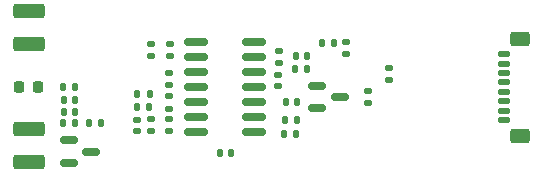
<source format=gbr>
%TF.GenerationSoftware,KiCad,Pcbnew,7.0.9+1*%
%TF.CreationDate,2023-12-11T14:48:35+01:00*%
%TF.ProjectId,IR-sensor,49522d73-656e-4736-9f72-2e6b69636164,rev?*%
%TF.SameCoordinates,Original*%
%TF.FileFunction,Paste,Top*%
%TF.FilePolarity,Positive*%
%FSLAX46Y46*%
G04 Gerber Fmt 4.6, Leading zero omitted, Abs format (unit mm)*
G04 Created by KiCad (PCBNEW 7.0.9+1) date 2023-12-11 14:48:35*
%MOMM*%
%LPD*%
G01*
G04 APERTURE LIST*
G04 Aperture macros list*
%AMRoundRect*
0 Rectangle with rounded corners*
0 $1 Rounding radius*
0 $2 $3 $4 $5 $6 $7 $8 $9 X,Y pos of 4 corners*
0 Add a 4 corners polygon primitive as box body*
4,1,4,$2,$3,$4,$5,$6,$7,$8,$9,$2,$3,0*
0 Add four circle primitives for the rounded corners*
1,1,$1+$1,$2,$3*
1,1,$1+$1,$4,$5*
1,1,$1+$1,$6,$7*
1,1,$1+$1,$8,$9*
0 Add four rect primitives between the rounded corners*
20,1,$1+$1,$2,$3,$4,$5,0*
20,1,$1+$1,$4,$5,$6,$7,0*
20,1,$1+$1,$6,$7,$8,$9,0*
20,1,$1+$1,$8,$9,$2,$3,0*%
G04 Aperture macros list end*
%ADD10RoundRect,0.218750X-0.218750X-0.256250X0.218750X-0.256250X0.218750X0.256250X-0.218750X0.256250X0*%
%ADD11RoundRect,0.125000X-0.425000X0.125000X-0.425000X-0.125000X0.425000X-0.125000X0.425000X0.125000X0*%
%ADD12RoundRect,0.250000X-0.600000X0.350000X-0.600000X-0.350000X0.600000X-0.350000X0.600000X0.350000X0*%
%ADD13RoundRect,0.135000X-0.185000X0.135000X-0.185000X-0.135000X0.185000X-0.135000X0.185000X0.135000X0*%
%ADD14RoundRect,0.140000X0.140000X0.170000X-0.140000X0.170000X-0.140000X-0.170000X0.140000X-0.170000X0*%
%ADD15RoundRect,0.140000X-0.170000X0.140000X-0.170000X-0.140000X0.170000X-0.140000X0.170000X0.140000X0*%
%ADD16RoundRect,0.135000X-0.135000X-0.185000X0.135000X-0.185000X0.135000X0.185000X-0.135000X0.185000X0*%
%ADD17RoundRect,0.150000X-0.825000X-0.150000X0.825000X-0.150000X0.825000X0.150000X-0.825000X0.150000X0*%
%ADD18RoundRect,0.150000X-0.587500X-0.150000X0.587500X-0.150000X0.587500X0.150000X-0.587500X0.150000X0*%
%ADD19RoundRect,0.135000X0.185000X-0.135000X0.185000X0.135000X-0.185000X0.135000X-0.185000X-0.135000X0*%
%ADD20RoundRect,0.135000X0.135000X0.185000X-0.135000X0.185000X-0.135000X-0.185000X0.135000X-0.185000X0*%
%ADD21RoundRect,0.250000X1.075000X-0.375000X1.075000X0.375000X-1.075000X0.375000X-1.075000X-0.375000X0*%
%ADD22RoundRect,0.140000X-0.140000X-0.170000X0.140000X-0.170000X0.140000X0.170000X-0.140000X0.170000X0*%
%ADD23RoundRect,0.140000X0.170000X-0.140000X0.170000X0.140000X-0.170000X0.140000X-0.170000X-0.140000X0*%
G04 APERTURE END LIST*
D10*
%TO.C,D3*%
X58212500Y-60000000D03*
X59787500Y-60000000D03*
%TD*%
D11*
%TO.C,J1*%
X99225000Y-57225000D03*
X99225000Y-58025000D03*
X99225000Y-58825000D03*
X99225000Y-59625000D03*
X99225000Y-60425000D03*
X99225000Y-61225000D03*
X99225000Y-62025000D03*
X99225000Y-62825000D03*
D12*
X100625000Y-55925000D03*
X100625000Y-64125000D03*
%TD*%
D13*
%TO.C,R3*%
X70875000Y-60815000D03*
X70875000Y-61835000D03*
%TD*%
D14*
%TO.C,C7*%
X62945000Y-61145000D03*
X61985000Y-61145000D03*
%TD*%
D15*
%TO.C,C5*%
X69335000Y-62755000D03*
X69335000Y-63715000D03*
%TD*%
D16*
%TO.C,R12*%
X64145000Y-63085000D03*
X65165000Y-63085000D03*
%TD*%
D17*
%TO.C,U1*%
X73150000Y-56190000D03*
X73150000Y-57460000D03*
X73150000Y-58730000D03*
X73150000Y-60000000D03*
X73150000Y-61270000D03*
X73150000Y-62540000D03*
X73150000Y-63810000D03*
X78100000Y-63810000D03*
X78100000Y-62540000D03*
X78100000Y-61270000D03*
X78100000Y-60000000D03*
X78100000Y-58730000D03*
X78100000Y-57460000D03*
X78100000Y-56190000D03*
%TD*%
D18*
%TO.C,Q1*%
X62407500Y-64525000D03*
X62407500Y-66425000D03*
X64282500Y-65475000D03*
%TD*%
D16*
%TO.C,R13*%
X61945000Y-60045000D03*
X62965000Y-60045000D03*
%TD*%
D19*
%TO.C,R1*%
X70945000Y-57385000D03*
X70945000Y-56365000D03*
%TD*%
D20*
%TO.C,R18*%
X84880000Y-56295000D03*
X83860000Y-56295000D03*
%TD*%
D19*
%TO.C,R7*%
X89530000Y-59380000D03*
X89530000Y-58360000D03*
%TD*%
D16*
%TO.C,R11*%
X61935000Y-63075000D03*
X62955000Y-63075000D03*
%TD*%
D18*
%TO.C,Q2*%
X83457500Y-59925000D03*
X83457500Y-61825000D03*
X85332500Y-60875000D03*
%TD*%
D14*
%TO.C,C13*%
X82585000Y-57385000D03*
X81625000Y-57385000D03*
%TD*%
D21*
%TO.C,D1*%
X59000000Y-66400000D03*
X59000000Y-63600000D03*
%TD*%
D19*
%TO.C,R16*%
X80225000Y-57955000D03*
X80225000Y-56935000D03*
%TD*%
D16*
%TO.C,R14*%
X68221000Y-60627000D03*
X69241000Y-60627000D03*
%TD*%
D13*
%TO.C,R6*%
X87705000Y-60320000D03*
X87705000Y-61340000D03*
%TD*%
D22*
%TO.C,C9*%
X80765000Y-61305000D03*
X81725000Y-61305000D03*
%TD*%
D16*
%TO.C,R4*%
X80615000Y-63965000D03*
X81635000Y-63965000D03*
%TD*%
D21*
%TO.C,D2*%
X59000000Y-56400000D03*
X59000000Y-53600000D03*
%TD*%
D20*
%TO.C,R17*%
X82605000Y-58485000D03*
X81585000Y-58485000D03*
%TD*%
D23*
%TO.C,C1*%
X69385000Y-57345000D03*
X69385000Y-56385000D03*
%TD*%
D15*
%TO.C,C2*%
X70865000Y-58865000D03*
X70865000Y-59825000D03*
%TD*%
D16*
%TO.C,R15*%
X68165000Y-61675000D03*
X69185000Y-61675000D03*
%TD*%
D13*
%TO.C,R2*%
X70865000Y-62715000D03*
X70865000Y-63735000D03*
%TD*%
D15*
%TO.C,C11*%
X85855000Y-56240000D03*
X85855000Y-57200000D03*
%TD*%
D14*
%TO.C,C4*%
X62945000Y-62115000D03*
X61985000Y-62115000D03*
%TD*%
D15*
%TO.C,C6*%
X68140000Y-62780000D03*
X68140000Y-63740000D03*
%TD*%
D22*
%TO.C,C3*%
X75205000Y-65585000D03*
X76165000Y-65585000D03*
%TD*%
D16*
%TO.C,R5*%
X80675000Y-62795000D03*
X81695000Y-62795000D03*
%TD*%
D15*
%TO.C,C10*%
X80125000Y-58965000D03*
X80125000Y-59925000D03*
%TD*%
M02*

</source>
